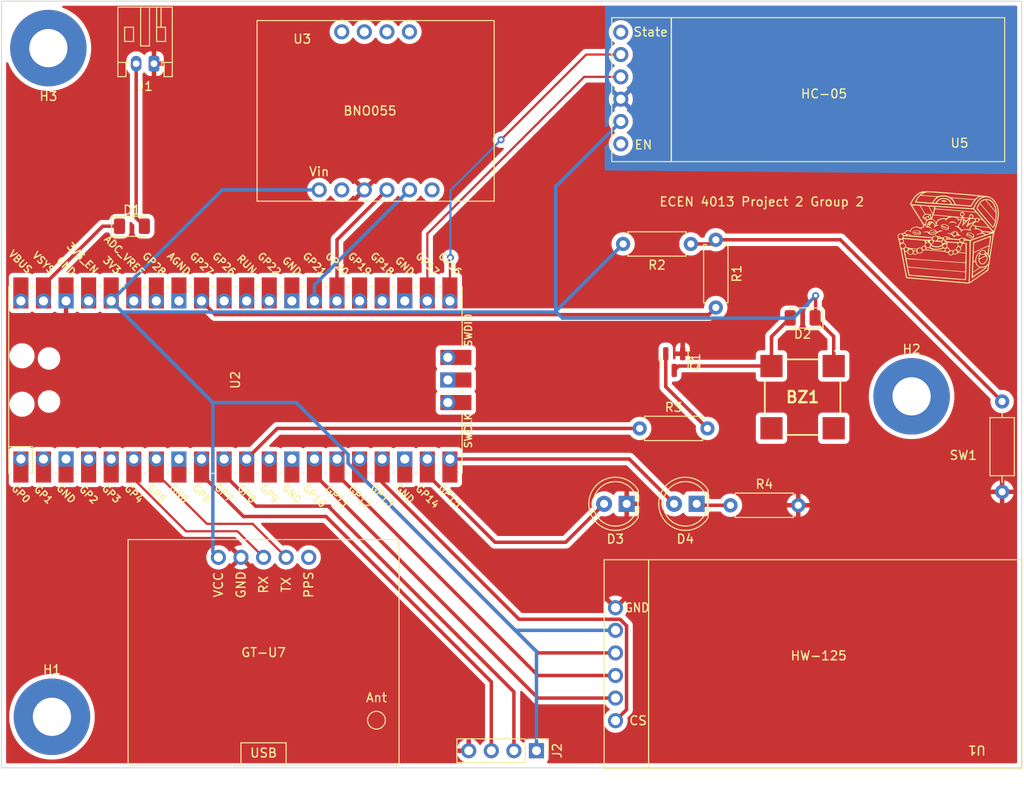
<source format=kicad_pcb>
(kicad_pcb (version 20211014) (generator pcbnew)
  (layers (0 "F.Cu" signal) (31 "B.Cu" signal) (34 "B.Paste" user) (35 "F.Paste" user) (36 "B.SilkS" user "B.Silkscreen") (37 "F.SilkS" user "F.Silkscreen") (38 "B.Mask" user) (39 "F.Mask" user) (44 "Edge.Cuts" user))
  (net 0 "")
  (net 1 "+3V3")
  (net 2 "Net-(BZ1-Pad2)")
  (net 3 "Net-(D1-Pad1)")
  (net 4 "GND")
  (net 5 "GPIO7")
  (net 6 "GPIO6")
  (net 7 "Net-(Q1-Pad2)")
  (net 8 "Net-(R1-Pad1)")
  (net 9 "Net-(R1-Pad2)")
  (net 10 "Buzz")
  (net 11 "CS1")
  (net 12 "SCK1")
  (net 13 "MOSI1")
  (net 14 "MISO1")
  (net 20 "TX1")
  (net 21 "RX1")
  (net 26 "TX0")
  (net 27 "RX0")
  (net 31 "SDA0")
  (net 32 "SCL0")
  (net 54 "Net-(D1-Pad2)")
  (net 55 "LED_G")
  (net 56 "Net-(D4-Pad1)")
  (net 57 "LED_R")
  (footprint "MountingHole:MountingHole_4.3mm_M4_Pad_TopBottom" (layer "F.Cu") (at 197.326995 103.971703)
    (fp_text reference "H2" (at 0 -5.3) (layer "F.SilkS"))
    (fp_text value "MountingHole")
    (pad "1" connect circle (at 0 0) (size 8.6 8.6) (layers "F.Cu" "F.Mask"))
    (pad "1" connect circle (at 0 0) (size 8.6 8.6) (layers "B.Cu" "B.Mask"))
    (pad "1" thru_hole circle (at 0 0) (size 4.7 4.7) (drill 4.3) (layers *.Cu *.Mask))
  )
  (footprint "Package_TO_SOT_SMD:SOT-23" (layer "F.Cu") (at 170.626222 100.117771 -90)
    (fp_text reference "Q1" (at 0 -2.4 90) (layer "F.SilkS"))
    (fp_text value "2N3904")
    (pad "1" smd roundrect (at -0.9375 -0.95 270) (size 1.475 0.6) (layers "F.Cu" "F.Paste" "F.Mask") (net 4 "GND"))
    (pad "2" smd roundrect (at -0.9375 0.95 270) (size 1.475 0.6) (layers "F.Cu" "F.Paste" "F.Mask") (net 7 "Net-(Q1-Pad2)"))
    (pad "3" smd roundrect (at 0.9375 0 270) (size 1.475 0.6) (layers "F.Cu" "F.Paste" "F.Mask") (net 2 "Net-(BZ1-Pad2)"))
  )
  (footprint "MountingHole:MountingHole_4.3mm_M4_Pad_TopBottom" (layer "F.Cu") (at 100.22464 64.800451)
    (fp_text reference "H3" (at 0 5.430822) (layer "F.SilkS"))
    (fp_text value "MountingHole")
    (pad "1" thru_hole circle (at 0 0) (size 4.7 4.7) (drill 4.3) (layers *.Cu *.Mask))
    (pad "1" connect circle (at 0 0) (size 8.6 8.6) (layers "F.Cu" "F.Mask"))
    (pad "1" connect circle (at 0 0) (size 8.6 8.6) (layers "B.Cu" "B.Mask"))
  )
  (footprint "Diode_SMD:D_1206_3216Metric" (layer "F.Cu") (at 185.070885 95.150613 180)
    (fp_text reference "D2" (at 0 -1.82) (layer "F.SilkS"))
    (fp_text value "D_Schottky")
    (pad "1" smd roundrect (at -1.4 0 180) (size 1.25 1.75) (layers "F.Cu" "F.Paste" "F.Mask") (roundrect_rratio 0.2) (net 1 "+3V3"))
    (pad "2" smd roundrect (at 1.4 0 180) (size 1.25 1.75) (layers "F.Cu" "F.Paste" "F.Mask") (roundrect_rratio 0.2) (net 2 "Net-(BZ1-Pad2)"))
  )
  (footprint "Diode_SMD:D_1206_3216Metric" (layer "F.Cu") (at 109.623498 84.836703)
    (fp_text reference "D1" (at 0 -1.82) (layer "F.SilkS"))
    (fp_text value "D_Schottky")
    (pad "1" smd roundrect (at -1.4 0) (size 1.25 1.75) (layers "F.Cu" "F.Paste" "F.Mask") (roundrect_rratio 0.2) (net 3 "Net-(D1-Pad1)"))
    (pad "2" smd roundrect (at 1.4 0) (size 1.25 1.75) (layers "F.Cu" "F.Paste" "F.Mask") (roundrect_rratio 0.2) (net 54 "Net-(D1-Pad2)"))
  )
  (footprint "MCU_RaspberryPi_and_Boards:GT-U7" (layer "F.Cu") (at 124.430201 132.78574)
    (fp_text reference "U4" hide)
    (fp_text value "GT-U7")
    (fp_text user "RX" (at 0 -7.62 90 unlocked) (layer "F.SilkS"))
    (fp_text user "Ant" (at 12.7 5.08 unlocked) (layer "F.SilkS"))
    (fp_text user "TX" (at 2.54 -7.62 90 unlocked) (layer "F.SilkS"))
    (fp_text user "GT-U7" (at 0 0 unlocked) (layer "F.SilkS"))
    (fp_text user "USB" (at 0 11.3 unlocked) (layer "F.SilkS"))
    (fp_text user "GND" (at -2.54 -7.62 90 unlocked) (layer "F.SilkS"))
    (fp_text user "VCC" (at -5.08 -7.62 90 unlocked) (layer "F.SilkS"))
    (fp_text user "PPS" (at 5.08 -7.62 90 unlocked) (layer "F.SilkS"))
    (pad "1" thru_hole circle (at 5.08 -10.7) (size 1.7 1.7) (drill 1.02) (layers *.Cu *.Mask))
    (pad "2" thru_hole circle (at 2.54 -10.7) (size 1.7 1.7) (drill 1.02) (layers *.Cu *.Mask) (net 21 "RX1"))
    (pad "3" thru_hole circle (at 0 -10.7) (size 1.7 1.7) (drill 1.02) (layers *.Cu *.Mask) (net 20 "TX1"))
    (pad "4" thru_hole circle (at -2.54 -10.7) (size 1.7 1.7) (drill 1.02) (layers *.Cu *.Mask) (net 4 "GND"))
    (pad "5" thru_hole circle (at -5.08 -10.7) (size 1.7 1.7) (drill 1.02) (layers *.Cu *.Mask) (net 1 "+3V3"))
  )
  (footprint "Connector_JST:JST_PH_S2B-PH-K_1x02_P2.00mm_Horizontal" (layer "F.Cu") (at 112.101226 66.5531 180)
    (fp_text reference "J1" (at 1 -2.55) (layer "F.SilkS"))
    (fp_text value "Battery")
    (pad "1" thru_hole roundrect (at 0 0 180) (size 1.2 1.75) (drill 0.75) (layers *.Cu *.Mask) (roundrect_rratio 0.2083333333) (net 4 "GND"))
    (pad "2" thru_hole oval (at 2 0 180) (size 1.2 1.75) (drill 0.75) (layers *.Cu *.Mask) (net 54 "Net-(D1-Pad2)"))
  )
  (footprint "KiCad:CMT8585397SMTTR" (layer "F.Cu") (at 185.066206 104.061464)
    (fp_text reference "BZ1" (at 0 0) (layer "F.SilkS") (effects (font (size 1.27 1.27) (thickness 0.254))))
    (fp_text value "Buzzer" hide)
    (pad "1" smd rect locked (at 3.5 -3.5 90) (size 2.5 2.5) (layers "F.Cu" "F.Paste" "F.Mask") (net 1 "+3V3"))
    (pad "2" smd rect locked (at -3.5 -3.5 90) (size 2.5 2.5) (layers "F.Cu" "F.Paste" "F.Mask") (net 2 "Net-(BZ1-Pad2)"))
    (pad "3" smd rect locked (at -3.5 3.5 90) (size 2.5 2.5) (layers "F.Cu" "F.Paste" "F.Mask"))
    (pad "4" smd rect locked (at 3.5 3.5 90) (size 2.5 2.5) (layers "F.Cu" "F.Paste" "F.Mask"))
  )
  (footprint "Connector_PinHeader_2.54mm:PinHeader_1x04_P2.54mm_Vertical" (layer "F.Cu") (at 155.13059 143.835244 -90)
    (fp_text reference "J2" (at 0 -2.33 90) (layer "F.SilkS"))
    (fp_text value "Conn_01x04_Male")
    (pad "1" thru_hole rect (at 0 0 270) (size 1.7 1.7) (drill 1) (layers *.Cu *.Mask) (net 1 "+3V3"))
    (pad "2" thru_hole oval (at 0 2.54 270) (size 1.7 1.7) (drill 1) (layers *.Cu *.Mask) (net 5 "GPIO7"))
    (pad "3" thru_hole oval (at 0 5.08 270) (size 1.7 1.7) (drill 1) (layers *.Cu *.Mask) (net 6 "GPIO6"))
    (pad "4" thru_hole oval (at 0 7.62 270) (size 1.7 1.7) (drill 1) (layers *.Cu *.Mask) (net 4 "GND"))
  )
  (footprint "MCU_RaspberryPi_and_Boards:HC-05" (layer "F.Cu") (at 187.477299 70.605704 180)
    (fp_text reference "U5" (at -15.24 -4.88 unlocked) (layer "F.SilkS"))
    (fp_text value "HC-05")
    (fp_text user "EN" (at 20.32 -5.08 unlocked) (layer "F.SilkS"))
    (fp_text user "State" (at 19.5 7.62 unlocked) (layer "F.SilkS"))
    (fp_text user "HC-05" (at 0 0.66 unlocked) (layer "F.SilkS"))
    (pad "1" thru_hole circle (at 22.86 -4.96 180) (size 1.7 1.7) (drill 1.02) (layers *.Cu *.Mask))
    (pad "2" thru_hole circle (at 22.86 -2.45 180) (size 1.7 1.7) (drill 1.02) (layers *.Cu *.Mask) (net 1 "+3V3"))
    (pad "3" thru_hole circle (at 22.86 0.06 180) (size 1.7 1.7) (drill 1.02) (layers *.Cu *.Mask) (net 4 "GND"))
    (pad "4" thru_hole circle (at 22.86 2.57 180) (size 1.7 1.7) (drill 1.02) (layers *.Cu *.Mask) (net 27 "RX0"))
    (pad "5" thru_hole circle (at 22.86 5.08 180) (size 1.7 1.7) (drill 1.02) (layers *.Cu *.Mask) (net 26 "TX0"))
    (pad "6" thru_hole circle (at 22.86 7.59 180) (size 1.7 1.7) (drill 1.02) (layers *.Cu *.Mask))
  )
  (footprint "MountingHole:MountingHole_4.3mm_M4_Pad_TopBottom" (layer "F.Cu") (at 100.627024 140.020407)
    (fp_text reference "H1" (at 0 -5.3) (layer "F.SilkS"))
    (fp_text value "MountingHole")
    (pad "1" thru_hole circle (at 0 0) (size 4.7 4.7) (drill 4.3) (layers *.Cu *.Mask))
    (pad "1" connect circle (at 0 0) (size 8.6 8.6) (layers "B.Cu" "B.Mask"))
    (pad "1" connect circle (at 0 0) (size 8.6 8.6) (layers "F.Cu" "F.Mask"))
  )
  (footprint "Resistor_THT:R_Axial_DIN0207_L6.3mm_D2.5mm_P10.16mm_Horizontal" (layer "F.Cu") (at 207.50989 104.553551 -90)
    (fp_text reference "SW1" (at 6.050111 4.369525 180) (layer "F.SilkS"))
    (fp_text value "SW_Reed")
    (pad "1" thru_hole circle (at 0 0 270) (size 1.6 1.6) (drill 0.8) (layers *.Cu *.Mask) (net 8 "Net-(R1-Pad1)"))
    (pad "2" thru_hole oval (at 10.16 0 270) (size 1.6 1.6) (drill 0.8) (layers *.Cu *.Mask) (net 4 "GND"))
  )
  (footprint "Resistor_THT:R_Axial_DIN0207_L6.3mm_D2.5mm_P7.62mm_Horizontal" (layer "F.Cu") (at 172.496292 86.830487 180)
    (fp_text reference "R2" (at 3.81 -2.37) (layer "F.SilkS"))
    (fp_text value "1k")
    (pad "1" thru_hole circle (at 0 0 180) (size 1.6 1.6) (drill 0.8) (layers *.Cu *.Mask) (net 8 "Net-(R1-Pad1)"))
    (pad "2" thru_hole oval (at 7.62 0 180) (size 1.6 1.6) (drill 0.8) (layers *.Cu *.Mask) (net 1 "+3V3"))
  )
  (footprint "Resistor_THT:R_Axial_DIN0207_L6.3mm_D2.5mm_P7.62mm_Horizontal" (layer "F.Cu") (at 176.956337 116.225421)
    (fp_text reference "R4" (at 3.81 -2.37) (layer "F.SilkS"))
    (fp_text value "60")
    (pad "1" thru_hole circle (at 0 0) (size 1.6 1.6) (drill 0.8) (layers *.Cu *.Mask) (net 56 "Net-(D4-Pad1)"))
    (pad "2" thru_hole oval (at 7.62 0) (size 1.6 1.6) (drill 0.8) (layers *.Cu *.Mask) (net 4 "GND"))
  )
  (footprint "LED_THT:LED_D5.0mm" (layer "F.Cu") (at 173.14699 116.063644 180)
    (fp_text reference "D4" (at 1.27 -3.96) (layer "F.SilkS"))
    (fp_text value "Red")
    (pad "1" thru_hole rect (at 0 0 180) (size 1.8 1.8) (drill 0.9) (layers *.Cu *.Mask) (net 56 "Net-(D4-Pad1)"))
    (pad "2" thru_hole circle (at 2.54 0 180) (size 1.8 1.8) (drill 0.9) (layers *.Cu *.Mask) (net 57 "LED_R"))
  )
  (footprint "MCU_RaspberryPi_and_Boards:RPi_Pico_SMD_TH" (layer "F.Cu") (at 121.262192 102.133506 90)
    (fp_text reference "U2" (at 0 0 90) (layer "F.SilkS"))
    (fp_text value "Pico")
    (fp_text user "VSYS" (at 13.2 -21.59 135) (layer "F.SilkS") (effects (font (size 0.8 0.8))))
    (fp_text user "GND" (at 12.8 -19.05 135) (layer "F.SilkS") (effects (font (size 0.8 0.8))))
    (fp_text user "GP7" (at -12.7 -1.3 135) (layer "F.SilkS") (effects (font (size 0.8 0.8))))
    (fp_text user "RUN" (at 13 1.27 135) (layer "F.SilkS") (effects (font (size 0.8 0.8))))
    (fp_text user "GND" (at -12.8 -6.35 135) (layer "F.SilkS") (effects (font (size 0.8 0.8))))
    (fp_text user "GP28" (at 13.054 -9.144 135) (layer "F.SilkS") (effects (font (size 0.8 0.8))))
    (fp_text user "GP19" (at 13.054 13.97 135) (layer "F.SilkS") (effects (font (size 0.8 0.8))))
    (fp_text user "GP15" (at -13.054 24.13 135) (layer "F.SilkS") (effects (font (size 0.8 0.8))))
    (fp_text user "GP3" (at -12.8 -13.97 135) (layer "F.SilkS") (effects (font (size 0.8 0.8))))
    (fp_text user "GND" (at -12.8 -19.05 135) (layer "F.SilkS") (effects (font (size 0.8 0.8))))
    (fp_text user "3V3" (at 12.9 -13.9 135) (layer "F.SilkS") (effects (font (size 0.8 0.8))))
    (fp_text user "GP16" (at 13.054 24.13 135) (layer "F.SilkS") (effects (font (size 0.8 0.8))))
    (fp_text user "GP20" (at 13.054 11.43 135) (layer "F.SilkS") (effects (font (size 0.8 0.8))))
    (fp_text user "GP11" (at -13.2 11.43 135) (layer "F.SilkS") (effects (font (size 0.8 0.8))))
    (fp_text user "VBUS" (at 13.3 -24.2 135) (layer "F.SilkS") (effects (font (size 0.8 0.8))))
    (fp_text user "SWDIO" (at 5.6 26.2 90) (layer "F.SilkS") (effects (font (size 0.8 0.8))))
    (fp_text user "GP27" (at 13.054 -3.8 135) (layer "F.SilkS") (effects (font (size 0.8 0.8))))
    (fp_text user "SWCLK" (at -5.7 26.2 90) (layer "F.SilkS") (effects (font (size 0.8 0.8))))
    (fp_text user "GP4" (at -12.8 -11.43 135) (layer "F.SilkS") (effects (font (size 0.8 0.8))))
    (fp_text user "GP8" (at -12.8 1.27 135) (layer "F.SilkS") (effects (font (size 0.8 0.8))))
    (fp_text user "GP2" (at -12.9 -16.51 135) (layer "F.SilkS") (effects (font (size 0.8 0.8))))
    (fp_text user "GP5" (at -12.8 -8.89 135) (layer "F.SilkS") (effects (font (size 0.8 0.8))))
    (fp_text user "GP21" (at 13.054 8.9 135) (layer "F.SilkS") (effects (font (size 0.8 0.8))))
    (fp_text user "3V3_EN" (at 13.7 -17.2 135) (layer "F.SilkS") (effects (font (size 0.8 0.8))))
    (fp_text user "GND" (at 12.8 19.05 135) (layer "F.SilkS") (effects (font (size 0.8 0.8))))
    (fp_text user "GP9" (at -12.8 3.81 135) (layer "F.SilkS") (effects (font (size 0.8 0.8))))
    (fp_text user "GP14" (at -13.1 21.59 135) (layer "F.SilkS") (effects (font (size 0.8 0.8))))
    (fp_text user "GP22" (at 13.054 3.81 135) (layer "F.SilkS") (effects (font (size 0.8 0.8))))
    (fp_text user "GND" (at -12.8 6.35 135) (layer "F.SilkS") (effects (font (size 0.8 0.8))))
    (fp_text user "GND" (at -12.8 19.05 135) (layer "F.SilkS") (effects (font (size 0.8 0.8))))
    (fp_text user "GP26" (at 13.054 -1.27 135) (layer "F.SilkS") (effects (font (size 0.8 0.8))))
    (fp_text user "AGND" (at 13.054 -6.35 135) (layer "F.SilkS") (effects (font (size 0.8 0.8))))
    (fp_text user "GP13" (at -13.054 16.51 135) (layer "F.SilkS") (effects (font (size 0.8 0.8))))
    (fp_text user "GP18" (at 13.054 16.51 135) (layer "F.SilkS") (effects (font (size 0.8 0.8))))
    (fp_text user "GP6" (at -12.8 -3.81 135) (layer "F.SilkS") (effects (font (size 0.8 0.8))))
    (fp_text user "GP10" (at -13.054 8.89 135) (layer "F.SilkS") (effects (font (size 0.8 0.8))))
    (fp_text user "GP17" (at 13.054 21.59 135) (layer "F.SilkS") (effects (font (size 0.8 0.8))))
    (fp_text user "GP0" (at -12.8 -24.13 135) (layer "F.SilkS") (effects (font (size 0.8 0.8))))
    (fp_text user "ADC_VREF" (at 14 -12.5 135) (layer "F.SilkS") (effects (font (size 0.8 0.8))))
    (fp_text user "GND" (at 12.8 6.35 135) (layer "F.SilkS") (effects (font (size 0.8 0.8))))
    (fp_text user "GP12" (at -13.2 13.97 135) (layer "F.SilkS") (effects (font (size 0.8 0.8))))
    (fp_text user "GP1" (at -12.9 -21.6 135) (layer "F.SilkS") (effects (font (size 0.8 0.8))))
    (pad "" np_thru_hole oval (at -2.725 -24 90) (size 1.8 1.8) (drill 1.8) (layers *.Cu *.Mask))
    (pad "" np_thru_hole oval (at 2.425 -20.97 90) (size 1.5 1.5) (drill 1.5) (layers *.Cu *.Mask))
    (pad "" np_thru_hole oval (at -2.425 -20.97 90) (size 1.5 1.5) (drill 1.5) (layers *.Cu *.Mask))
    (pad "" np_thru_hole oval (at 2.725 -24 90) (size 1.8 1.8) (drill 1.8) (layers *.Cu *.Mask))
    (pad "1" smd rect (at -8.89 -24.13 90) (size 3.5 1.7) (drill (offset -0.9 0)) (layers "F.Cu" "F.Mask"))
    (pad "1" thru_hole oval (at -8.89 -24.13 90) (size 1.7 1.7) (drill 1.02) (layers *.Cu *.Mask))
    (pad "2" thru_hole oval (at -8.89 -21.59 90) (size 1.7 1.7) (drill 1.02) (layers *.Cu *.Mask))
    (pad "2" smd rect (at -8.89 -21.59 90) (size 3.5 1.7) (drill (offset -0.9 0)) (layers "F.Cu" "F.Mask"))
    (pad "3" thru_hole rect (at -8.89 -19.05 90) (size 1.7 1.7) (drill 1.02) (layers *.Cu *.Mask))
    (pad "3" smd rect (at -8.89 -19.05 90) (size 3.5 1.7) (drill (offset -0.9 0)) (layers "F.Cu" "F.Mask"))
    (pad "4" smd rect (at -8.89 -16.51 90) (size 3.5 1.7) (drill (offset -0.9 0)) (layers "F.Cu" "F.Mask"))
    (pad "4" thru_hole oval (at -8.89 -16.51 90) (size 1.7 1.7) (drill 1.02) (layers *.Cu *.Mask))
    (pad "5" thru_hole oval (at -8.89 -13.97 90) (size 1.7 1.7) (drill 1.02) (layers *.Cu *.Mask))
    (pad "5" smd rect (at -8.89 -13.97 90) (size 3.5 1.7) (drill (offset -0.9 0)) (layers "F.Cu" "F.Mask"))
    (pad "6" thru_hole oval (at -8.89 -11.43 90) (size 1.7 1.7) (drill 1.02) (layers *.Cu *.Mask) (net 20 "TX1"))
    (pad "6" smd rect (at -8.89 -11.43 90) (size 3.5 1.7) (drill (offset -0.9 0)) (layers "F.Cu" "F.Mask") (net 20 "TX1"))
    (pad "7" thru_hole oval (at -8.89 -8.89 90) (size 1.7 1.7) (drill 1.02) (layers *.Cu *.Mask) (net 21 "RX1"))
    (pad "7" smd rect (at -8.89 -8.89 90) (size 3.5 1.7) (drill (offset -0.9 0)) (layers "F.Cu" "F.Mask") (net 21 "RX1"))
    (pad "8" smd rect (at -8.89 -6.35 90) (size 3.5 1.7) (drill (offset -0.9 0)) (layers "F.Cu" "F.Mask"))
    (pad "8" thru_hole rect (at -8.89 -6.35 90) (size 1.7 1.7) (drill 1.02) (layers *.Cu *.Mask))
    (pad "9" smd rect (at -8.89 -3.81 90) (size 3.5 1.7) (drill (offset -0.9 0)) (layers "F.Cu" "F.Mask") (net 6 "GPIO6"))
    (pad "9" thru_hole oval (at -8.89 -3.81 90) (size 1.7 1.7) (drill 1.02) (layers *.Cu *.Mask) (net 6 "GPIO6"))
    (pad "10" thru_hole oval (at -8.89 -1.27 90) (size 1.7 1.7) (drill 1.02) (layers *.Cu *.Mask) (net 5 "GPIO7"))
    (pad "10" smd rect (at -8.89 -1.27 90) (size 3.5 1.7) (drill (offset -0.9 0)) (layers "F.Cu" "F.Mask") (net 5 "GPIO7"))
    (pad "11" smd rect (at -8.89 1.27 90) (size 3.5 1.7) (drill (offset -0.9 0)) (layers "F.Cu" "F.Mask") (net 10 "Buzz"))
    (pad "11" thru_hole oval (at -8.89 1.27 90) (size 1.7 1.7) (drill 1.02) (layers *.Cu *.Mask) (net 10 "Buzz"))
    (pad "12" smd rect (at -8.89 3.81 90) (size 3.5 1.7) (drill (offset -0.9 0)) (layers "F.Cu" "F.Mask"))
    (pad "12" thru_hole oval (at -8.89 3.81 90) (size 1.7 1.7) (drill 1.02) (layers *.Cu *.Mask))
    (pad "13" smd rect (at -8.89 6.35 90) (size 3.5 1.7) (drill (offset -0.9 0)) (layers "F.Cu" "F.Mask"))
    (pad "13" thru_hole rect (at -8.89 6.35 90) (size 1.7 1.7) (drill 1.02) (layers *.Cu *.Mask))
    (pad "14" smd rect (at -8.89 8.89 90) (size 3.5 1.7) (drill (offset -0.9 0)) (layers "F.Cu" "F.Mask") (net 12 "SCK1"))
    (pad "14" thru_hole oval (at -8.89 8.89 90) (size 1.7 1.7) (drill 1.02) (layers *.Cu *.Mask) (net 12 "SCK1"))
    (pad "15" thru_hole oval (at -8.89 11.43 90) (size 1.7 1.7) (drill 1.02) (layers *.Cu *.Mask) (net 13 "MOSI1"))
    (pad "15" smd rect (at -8.89 11.43 90) (size 3.5 1.7) (drill (offset -0.9 0)) (layers "F.Cu" "F.Mask") (net 13 "MOSI1"))
    (pad "16" thru_hole oval (at -8.89 13.97 90) (size 1.7 1.7) (drill 1.02) (layers *.Cu *.Mask) (net 14 "MISO1"))
    (pad "16" smd rect (at -8.89 13.97 90) (size 3.5 1.7) (drill (offset -0.9 0)) (layers "F.Cu" "F.Mask") (net 14 "MISO1"))
    (pad "17" thru_hole oval (at -8.89 16.51 90) (size 1.7 1.7) (drill 1.02) (layers *.Cu *.Mask) (net 11 "CS1"))
    (pad "17" smd rect (at -8.89 16.51 90) (size 3.5 1.7) (drill (offset -0.9 0)) (layers "F.Cu" "F.Mask") (net 11 "CS1"))
    (pad "18" thru_hole rect (at -8.89 19.05 90) (size 1.7 1.7) (drill 1.02) (layers *.Cu *.Mask))
    (pad "18" smd rect (at -8.89 19.05 90) (size 3.5 1.7) (drill (offset -0.9 0)) (layers "F.Cu" "F.Mask"))
    (pad "19" thru_hole oval (at -8.89 21.59 90) (size 1.7 1.7) (drill 1.02) (layers *.Cu *.Mask) (net 55 "LED_G"))
    (pad "19" smd rect (at -8.89 21.59 90) (size 3.5 1.7) (drill (offset -0.9 0)) (layers "F.Cu" "F.Mask") (net 55 "LED_G"))
    (pad "20" thru_hole oval (at -8.89 24.13 90) (size 1.7 1.7) (drill 1.02) (layers *.Cu *.Mask) (net 57 "LED_R"))
    (pad "20" smd rect (at -8.89 24.13 90) (size 3.5 1.7) (drill (offset -0.9 0)) (layers "F.Cu" "F.Mask") (net 57 "LED_R"))
    (pad "21" thru_hole oval (at 8.89 24.13 90) (size 1.7 1.7) (drill 1.02) (layers *.Cu *.Mask) (net 26 "TX0"))
    (pad "21" smd rect (at 8.89 24.13 90) (size 3.5 1.7) (drill (offset 0.9 0)) (layers "F.Cu" "F.Mask") (net 26 "TX0"))
    (pad "22" smd rect (at 8.89 21.59 90) (size 3.5 1.7) (drill (offset 0.9 0)) (layers "F.Cu" "F.Mask") (net 27 "RX0"))
    (pad "22" thru_hole oval (at 8.89 21.59 90) (size 1.7 1.7) (drill 1.02) (layers *.Cu *.Mask) (net 27 "RX0"))
    (pad "23" thru_hole rect (at 8.89 19.05 90) (size 1.7 1.7) (drill 1.02) (layers *.Cu *.Mask))
    (pad "23" smd rect (at 8.89 19.05 90) (size 3.5 1.7) (drill (offset 0.9 0)) (layers "F.Cu" "F.Mask"))
    (pad "24" smd rect (at 8.89 16.51 90) (size 3.5 1.7) (drill (offset 0.9 0)) (layers "F.Cu" "F.Mask"))
    (pad "24" thru_hole oval (at 8.89 16.51 90) (size 1.7 1.7) (drill 1.02) (layers *.Cu *.Mask))
    (pad "25" thru_hole oval (at 8.89 13.97 90) (size 1.7 1.7) (drill 1.02) (layers *.Cu *.Mask))
    (pad "25" smd rect (at 8.89 13.97 90) (size 3.5 1.7) (drill (offset 0.9 0)) (layers "F.Cu" "F.Mask"))
    (pad "26" thru_hole oval (at 8.89 11.43 90) (size 1.7 1.7) (drill 1.02) (layers *.Cu *.Mask) (net 31 "SDA0"))
    (pad "26" smd rect (at 8.89 11.43 90) (size 3.5 1.7) (drill (offset 0.9 0)) (layers "F.Cu" "F.Mask") (net 31 "SDA0"))
    (pad "27" smd rect (at 8.89 8.89 90) (size 3.5 1.7) (drill (offset 0.9 0)) (layers "F.Cu" "F.Mask") (net 32 "SCL0"))
    (pad "27" thru_hole oval (at 8.89 8.89 90) (size 1.7 1.7) (drill 1.02) (layers *.Cu *.Mask) (net 32 "SCL0"))
    (pad "28" smd rect (at 8.89 6.35 90) (size 3.5 1.7) (drill (offset 0.9 0)) (layers "F.Cu" "F.Mask"))
    (pad "28" thru_hole rect (at 8.89 6.35 90) (size 1.7 1.7) (drill 1.02) (layers *.Cu *.Mask))
    (pad "29" thru_hole oval (at 8.89 3.81 90) (size 1.7 1.7) (drill 1.02) (layers *.Cu *.Mask))
    (pad "29" smd rect (at 8.89 3.81 90) (size 3.5 1.7) (drill (offset 0.9 0)) (layers "F.Cu" "F.Mask"))
    (pad "30" smd rect (at 8.89 1.27 90) (size 3.5 1.7) (drill (offset 0.9 0)) (layers "F.Cu" "F.Mask"))
    (pad "30" thru_hole oval (at 8.89 1.27 90) (size 1.7 1.7) (drill 1.02) (layers *.Cu *.Mask))
    (pad "31" smd rect (at 8.89 -1.27 90) (size 3.5 1.7) (drill (offset 0.9 0)) (layers "F.Cu" "F.Mask"))
    (pad "31" thru_hole oval (at 8.89 -1.27 90) (size 1.7 1.7) (drill 1.02) (layers *.Cu *.Mask))
    (pad "32" smd rect (at 8.89 -3.81 90) (size 3.5 1.7) (drill (offset 0.9 0)) (layers "F.Cu" "F.Mask") (net 9 "Net-(R1-Pad2)"))
    (pad "32" thru_hole oval (at 8.89 -3.81 90) (size 1.7 1.7) (drill 1.02) (layers *.Cu *.Mask) (net 9 "Net-(R1-Pad2)"))
    (pad "33" thru_hole rect (at 8.89 -6.35 90) (size 1.7 1.7) (drill 1.02) (layers *.Cu *.Mask))
    (pad "33" smd rect (at 8.89 -6.35 90) (size 3.5 1.7) (drill (offset 0.9 0)) (layers "F.Cu" "F.Mask"))
    (pad "34" smd rect (at 8.89 -8.89 90) (size 3.5 1.7) (drill (offset 0.9 0)) (layers "F.Cu" "F.Mask"))
    (pad "34" thru_hole oval (at 8.89 -8.89 90) (size 1.7 1.7) (drill 1.02) (layers *.Cu *.Mask))
    (pad "35" smd rect (at 8.89 -11.43 90) (size 3.5 1.7) (drill (offset 0.9 0)) (layers "F.Cu" "F.Mask"))
    (pad "35" thru_hole oval (at 8.89 -11.43 90) (size 1.7 1.7) (drill 1.02) (layers *.Cu *.Mask))
    (pad "36" smd rect (at 8.89 -13.97 90) (size 3.5 1.7) (drill (offset 0.9 0)) (layers "F.Cu" "F.Mask") (net 1 "+3V3"))
    (pad "36" thru_hole oval (at 8.89 -13.97 90) (size 1.7 1.7) (drill 1.02) (layers *.Cu *.Mask) (net 1 "+3V3"))
    (pad "37" thru_hole oval (at 8.89 -16.51 90) (size 1.7 1.7) (drill 1.02) (layers *.Cu *.Mask))
    (pad "37" smd rect (at 8.89 -16.51 90) (size 3.5 1.7) (drill (offset 0.9 0)) (layers "F.Cu" "F.Mask"))
    (pad "38" thru_hole rect (at 8.89 -19.05 90) (size 1.7 1.7) (drill 1.02) (layers *.Cu *.Mask) (net 4 "GND"))
    (pad "38" smd rect (at 8.89 -19.05 90) (size 3.5 1.7) (drill (offset 0.9 0)) (layers "F.Cu" "F.Mask") (net 4 "GND"))
    (pad "39" smd rect (at 8.89 -21.59 90) (size 3.5 1.7) (drill (offset 0.9 0)) (layers "F.Cu" "F.Mask") (net 3 "Net-(D1-Pad1)"))
    (pad "39" thru_hole oval (at 8.89 -21.59 90) (size 1.7 1.7) (drill 1.02) (layers *.Cu *.Mask) (net 3 "Net-(D1-Pad1)"))
    (pad "40" smd rect (at 8.89 -24.13 90) (size 3.5 1.7) (drill (offset 0.9 0)) (layers "F.Cu" "F.Mask"))
    (pad "40" thru_hole oval (at 8.89 -24.13 90) (size 1.7 1.7) (drill 1.02) (layers *.Cu *.Mask))
    (pad "41" thru_hole oval (at -2.54 23.9 90) (size 1.7 1.7) (drill 1.02) (layers *.Cu *.Mask))
    (pad "41" smd rect (at -2.54 23.9 180) (size 3.5 1.7) (drill (offset -0.9 0)) (layers "F.Cu" "F.Mask"))
    (pad "42" thru_hole rect (at 0 23.9 90) (size 1.7 1.7) (drill 1.02) (layers *.Cu *.Mask))
    (pad "42" smd rect (at 0 23.9 180) (size 3.5 1.7) (drill (offset -0.9 0)) (layers "F.Cu" "F.Mask"))
    (pad "43" smd rect (at 2.54 23.9 180) (size 3.5 1.7) (drill (offset -0.9 0)) (layers "F.Cu" "F.Mask"))
    (pad "43" thru_hole oval (at 2.54 23.9 90) (size 1.7 1.7) (drill 1.02) (layers *.Cu *.Mask))
  )
  (footprint "MCU_RaspberryPi_and_Boards:HW-125" (layer "F.Cu") (at 209.7395 145.854096 180)
    (fp_text reference "U1" (at 5.08 2.08 180 unlocked) (layer "F.SilkS"))
    (fp_text value "HW-125")
    (fp_text user "CS" (at 43.18 5.4 unlocked) (layer "F.SilkS"))
    (fp_text user "HW-125" (at 22.86 12.7 unlocked) (layer "F.SilkS"))
    (fp_text user "GND" (at 43.3 18.1 unlocked) (layer "F.SilkS") (effects (font (size 1 0.9))))
    (pad "1" thru_hole circle (at 45.72 5.4 180) (size 1.7 1.7) (drill 1.02) (layers *.Cu *.Mask) (net 11 "CS1"))
    (pad "2" thru_hole circle (at 45.72 7.94 180) (size 1.7 1.7) (drill 1.02) (layers *.Cu *.Mask) (net 12 "SCK1"))
    (pad "3" thru_hole circle (at 45.72 10.48 180) (size 1.7 1.7) (drill 1.02) (layers *.Cu *.Mask) (net 13 "MOSI1"))
    (pad "4" thru_hole circle (at 45.72 13.02 180) (size 1.7 1.7) (drill 1.02) (layers *.Cu *.Mask) (net 14 "MISO1"))
    (pad "5" thru_hole circle (at 45.72 15.56 180) (size 1.7 1.7) (drill 1.02) (layers *.Cu *.Mask) (net 1 "+3V3"))
    (pad "6" thru_hole circle (at 45.72 18.1 180) (size 1.7 1.7) (drill 1.02) (layers *.Cu *.Mask) (net 4 "GND"))
  )
  (footprint "LOGO" (layer "F.Cu") (at 201.44457 86.097779)
    (fp_text reference "G***" hide)
    (fp_text value "LOGO" hide)
  )
  (footprint "LED_THT:LED_D5.0mm" (layer "F.Cu") (at 165.277463 116.066091 180)
    (fp_text reference "D3" (at 1.27 -3.96) (layer "F.SilkS"))
    (fp_text value "Green")
    (pad "1" thru_hole rect (at 0 0 180) (size 1.8 1.8) (drill 0.9) (layers *.Cu *.Mask) (net 4 "GND"))
    (pad "2" thru_hole circle (at 2.54 0 180) (size 1.8 1.8) (drill 0.9) (layers *.Cu *.Mask) (net 55 "LED_G"))
  )
  (footprint "MCU_RaspberryPi_and_Boards:BNO055" (layer "F.Cu") (at 123.701268 61.701709)
    (fp_text reference "U3" (at 5.08 2.08 unlocked) (layer "F.SilkS"))
    (fp_text value "BNO055")
    (fp_text user "Vin" (at 6.985 17 unlocked) (layer "F.SilkS"))
    (fp_text user "BNO055" (at 12.7 10.16 unlocked) (layer "F.SilkS"))
    (pad "1" thru_hole circle (at 6.985 19.05) (size 1.7 1.7) (drill 1.02) (layers *.Cu *.Mask) (net 1 "+3V3"))
    (pad "2" thru_hole circle (at 9.525 19.05) (size 1.7 1.7) (drill 1.02) (layers *.Cu *.Mask))
    (pad "3" thru_hole circle (at 12.065 19.05) (size 1.7 1.7) (drill 1.02) (layers *.Cu *.Mask) (net 4 "GND"))
    (pad "4" thru_hole circle (at 14.605 19.05) (size 1.7 1.7) (drill 1.02) (layers *.Cu *.Mask) (net 31 "SDA0"))
    (pad "5" thru_hole circle (at 17.145 19.05) (size 1.7 1.7) (drill 1.02) (layers *.Cu *.Mask) (net 32 "SCL0"))
    (pad "6" thru_hole circle (at 19.685 19.05) (size 1.7 1.7) (drill 1.02) (layers *.Cu *.Mask))
    (pad "7" thru_hole circle (at 17.145 1.27) (size 1.7 1.7) (drill 1.02) (layers *.Cu *.Mask))
    (pad "8" thru_hole circle (at 14.605 1.27) (size 1.7 1.7) (drill 1.02) (layers *.Cu *.Mask))
    (pad "9" thru_hole circle (at 12.065 1.27) (size 1.7 1.7) (drill 1.02) (layers *.Cu *.Mask))
    (pad "10" thru_hole circle (at 9.525 1.27) (size 1.7 1.7) (drill 1.02) (layers *.Cu *.Mask))
  )
  (footprint "Resistor_THT:R_Axial_DIN0207_L6.3mm_D2.5mm_P7.62mm_Horizontal" (layer "F.Cu") (at 166.742412 107.582705)
    (fp_text reference "R3" (at 3.81 -2.37) (layer "F.SilkS"))
    (fp_text value "180")
    (pad "1" thru_hole circle (at 0 0) (size 1.6 1.6) (drill 0.8) (layers *.Cu *.Mask) (net 10 "Buzz"))
    (pad "2" thru_hole oval (at 7.62 0) (size 1.6 1.6) (drill 0.8) (layers *.Cu *.Mask) (net 7 "Net-(Q1-Pad2)"))
  )
  (footprint "Resistor_THT:R_Axial_DIN0207_L6.3mm_D2.5mm_P7.62mm_Horizontal" (layer "F.Cu") (at 175.303604 86.362006 -90)
    (fp_text reference "R1" (at 3.81 -2.37 90) (layer "F.SilkS"))
    (fp_text value "800")
    (pad "1" thru_hole circle (at 0 0 270) (size 1.6 1.6) (drill 0.8) (layers *.Cu *.Mask) (net 8 "Net-(R1-Pad1)"))
    (pad "2" thru_hole oval (at 7.62 0 270) (size 1.6 1.6) (drill 0.8) (layers *.Cu *.Mask) (net 9 "Net-(R1-Pad2)"))
  )
  (gr_rect (start 94.960496 59.525738) (end 209.705009 145.761532) (layer "Edge.Cuts") (width 0.1) (fill none))
  (gr_text "ECEN 4013 Project 2 Group 2" (at 180.476819 82.086869) (layer "F.SilkS") (effects (font (size 1 1))))
  (segment (start 186.531003 92.651013) (end 186.531003 95.090495) (width 0.391) (layer "F.Cu") (net 1))
  (segment (start 186.531003 95.090495) (end 186.470885 95.150613) (width 0.391) (layer "F.Cu") (net 1))
  (segment (start 188.566206 100.561464) (end 188.566206 97.245934) (width 0.391) (layer "F.Cu") (net 1))
  (segment (start 188.566206 97.245934) (end 186.470885 95.150613) (width 0.391) (layer "F.Cu") (net 1))
  (via (at 186.531003 92.651013) (size 0.8) (drill 0.4) (layers "F.Cu" "B.Cu") (net 1))
  (segment (start 107.292192 93.243506) (end 108.537203 94.488517) (width 0.391) (layer "B.Cu") (net 1))
  (segment (start 157.294435 94.412345) (end 158.059107 95.177017) (width 0.391) (layer "B.Cu") (net 1))
  (segment (start 133.937203 110.507804) (end 133.937203 111.48923) (width 0.391) (layer "B.Cu") (net 1))
  (segment (start 157.294435 94.412345) (end 157.294435 80.378568) (width 0.391) (layer "B.Cu") (net 1))
  (segment (start 184.004999 95.177017) (end 186.531003 92.651013) (width 0.391) (layer "B.Cu") (net 1))
  (segment (start 107.292192 93.243506) (end 119.783989 80.751709) (width 0.391) (layer "B.Cu") (net 1))
  (segment (start 133.937203 111.48923) (end 152.742069 130.294096) (width 0.391) (layer "B.Cu") (net 1))
  (segment (start 157.218262 94.488517) (end 157.294435 94.412345) (width 0.391) (layer "B.Cu") (net 1))
  (segment (start 108.537203 94.488517) (end 118.727544 104.678858) (width 0.391) (layer "B.Cu") (net 1))
  (segment (start 118.727544 121.463083) (end 119.350201 122.08574) (width 0.391) (layer "B.Cu") (net 1))
  (segment (start 119.783989 80.751709) (end 130.686268 80.751709) (width 0.391) (layer "B.Cu") (net 1))
  (segment (start 128.108257 104.678858) (end 133.937203 110.507804) (width 0.391) (layer "B.Cu") (net 1))
  (segment (start 157.294435 94.412345) (end 164.876292 86.830487) (width 0.391) (layer "B.Cu") (net 1))
  (segment (start 118.727544 104.678858) (end 118.727544 121.463083) (width 0.391) (layer "B.Cu") (net 1))
  (segment (start 152.742069 130.294096) (end 164.0195 130.294096) (width 0.391) (layer "B.Cu") (net 1))
  (segment (start 118.727544 104.678858) (end 128.108257 104.678858) (width 0.391) (layer "B.Cu") (net 1))
  (segment (start 155.13059 132.682617) (end 152.742069 130.294096) (width 0.391) (layer "B.Cu") (net 1))
  (segment (start 108.537203 94.488517) (end 157.218262 94.488517) (width 0.391) (layer "B.Cu") (net 1))
  (segment (start 155.13059 143.835244) (end 155.13059 132.682617) (width 0.391) (layer "B.Cu") (net 1))
  (segment (start 157.294435 80.378568) (end 164.617299 73.055704) (width 0.391) (layer "B.Cu") (net 1))
  (segment (start 158.059107 95.177017) (end 184.004999 95.177017) (width 0.391) (layer "B.Cu") (net 1))
  (segment (start 171.120029 100.561464) (end 170.626222 101.055271) (width 0.391) (layer "F.Cu") (net 2))
  (segment (start 181.566206 100.561464) (end 171.120029 100.561464) (width 0.391) (layer "F.Cu") (net 2))
  (segment (start 181.566206 97.255292) (end 183.670885 95.150613) (width 0.391) (layer "F.Cu") (net 2))
  (segment (start 181.566206 100.561464) (end 181.566206 97.255292) (width 0.391) (layer "F.Cu") (net 2))
  (segment (start 106.328973 84.836703) (end 99.672192 91.493484) (width 0.391) (layer "F.Cu") (net 3))
  (segment (start 99.672192 91.493484) (end 99.672192 93.243506) (width 0.391) (layer "F.Cu") (net 3))
  (segment (start 108.223498 84.836703) (end 106.328973 84.836703) (width 0.391) (layer "F.Cu") (net 3))
  (segment (start 131.863472 116.490448) (end 152.59059 137.217566) (width 0.391) (layer "F.Cu") (net 5))
  (segment (start 119.992192 111.023506) (end 119.992192 112.773528) (width 0.391) (layer "F.Cu") (net 5))
  (segment (start 131.863472 116.326006) (end 131.863472 116.490448) (width 0.391) (layer "F.Cu") (net 5))
  (segment (start 119.992192 112.773528) (end 123.54467 116.326006) (width 0.391) (layer "F.Cu") (net 5))
  (segment (start 152.59059 137.217566) (end 152.59059 143.835244) (width 0.391) (layer "F.Cu") (net 5))
  (segment (start 123.54467 116.326006) (end 131.863472 116.326006) (width 0.391) (layer "F.Cu") (net 5))
  (segment (start 117.452192 112.773528) (end 117.452192 111.023506) (width 0.391) (layer "F.Cu") (net 6))
  (segment (start 150.05059 143.835244) (end 150.05059 136.083927) (width 0.391) (layer "F.Cu") (net 6))
  (segment (start 122.16923 117.490566) (end 117.452192 112.773528) (width 0.391) (layer "F.Cu") (net 6))
  (segment (start 150.05059 136.083927) (end 131.457229 117.490566) (width 0.391) (layer "F.Cu") (net 6))
  (segment (start 131.457229 117.490566) (end 122.16923 117.490566) (width 0.391) (layer "F.Cu") (net 6))
  (segment (start 169.676222 99.180271) (end 169.676222 102.896515) (width 0.391) (layer "F.Cu") (net 7))
  (segment (start 169.676222 102.896515) (end 174.362412 107.582705) (width 0.391) (layer "F.Cu") (net 7))
  (segment (start 175.303604 86.362006) (end 189.318345 86.362006) (width 0.391) (layer "F.Cu") (net 8))
  (segment (start 172.496292 86.830487) (end 174.835123 86.830487) (width 0.391) (layer "F.Cu") (net 8))
  (segment (start 189.318345 86.362006) (end 207.50989 104.553551) (width 0.391) (layer "F.Cu") (net 8))
  (segment (start 174.835123 86.830487) (end 175.303604 86.362006) (width 0.391) (layer "F.Cu") (net 8))
  (segment (start 175.303604 93.982006) (end 174.503605 94.782005) (width 0.391) (layer "F.Cu") (net 9))
  (segment (start 174.503605 94.782005) (end 118.990691 94.782005) (width 0.391) (layer "F.Cu") (net 9))
  (segment (start 118.990691 94.782005) (end 117.452192 93.243506) (width 0.391) (layer "F.Cu") (net 9))
  (segment (start 125.972993 107.582705) (end 122.532192 111.023506) (width 0.391) (layer "F.Cu") (net 10))
  (segment (start 166.742412 107.582705) (end 125.972993 107.582705) (width 0.391) (layer "F.Cu") (net 10))
  (segment (start 164.535202 129.049085) (end 153.167038 129.049085) (width 0.391) (layer "F.Cu") (net 11))
  (segment (start 165.264511 129.778394) (end 164.535202 129.049085) (width 0.391) (layer "F.Cu") (net 11))
  (segment (start 164.0195 140.454096) (end 165.264511 139.209085) (width 0.391) (layer "F.Cu") (net 11))
  (segment (start 153.167038 129.049085) (end 137.772192 113.654239) (width 0.391) (layer "F.Cu") (net 11))
  (segment (start 165.264511 139.209085) (end 165.264511 129.778394) (width 0.391) (layer "F.Cu") (net 11))
  (segment (start 137.772192 113.654239) (end 137.772192 111.023506) (width 0.391) (layer "F.Cu") (net 11))
  (segment (start 155.29276 137.914096) (end 130.152192 112.773528) (width 0.391) (layer "F.Cu") (net 12))
  (segment (start 130.152192 112.773528) (end 130.152192 111.023506) (width 0.391) (layer "F.Cu") (net 12))
  (segment (start 164.0195 137.914096) (end 155.29276 137.914096) (width 0.391) (layer "F.Cu") (net 12))
  (segment (start 155.29276 135.374096) (end 132.692192 112.773528) (width 0.391) (layer "F.Cu") (net 13))
  (segment (start 164.0195 135.374096) (end 155.29276 135.374096) (width 0.391) (layer "F.Cu") (net 13))
  (segment (start 132.692192 112.773528) (end 132.692192 111.023506) (width 0.391) (layer "F.Cu") (net 13))
  (segment (start 135.232192 112.773528) (end 135.232192 111.023506) (width 0.391) (layer "F.Cu") (net 14))
  (segment (start 164.0195 132.834096) (end 155.29276 132.834096) (width 0.391) (layer "F.Cu") (net 14))
  (segment (start 155.29276 132.834096) (end 135.232192 112.773528) (width 0.391) (layer "F.Cu") (net 14))
  (segment (start 109.832192 113.277121) (end 109.832192 111.023506) (width 0.25) (layer "F.Cu") (net 20))
  (segment (start 124.430201 122.08574) (end 121.493392 119.148931) (width 0.25) (layer "F.Cu") (net 20))
  (segment (start 121.493392 119.148931) (end 115.704002 119.148931) (width 0.25) (layer "F.Cu") (net 20))
  (segment (start 115.704002 119.148931) (end 109.832192 113.277121) (width 0.25) (layer "F.Cu") (net 20))
  (segment (start 112.372192 112.632528) (end 112.372192 111.023506) (width 0.25) (layer "F.Cu") (net 21))
  (segment (start 123.201379 118.316918) (end 118.056582 118.316918) (width 0.25) (layer "F.Cu") (net 21))
  (segment (start 126.970201 122.08574) (end 123.201379 118.316918) (width 0.25) (layer "F.Cu") (net 21))
  (segment (start 118.056582 118.316918) (end 112.372192 112.632528) (width 0.25) (layer "F.Cu") (net 21))
  (segment (start 164.617299 65.525704) (end 160.727473 65.525704) (width 0.25) (layer "F.Cu") (net 26))
  (segment (start 145.451185 88.359197) (end 145.392192 88.41819) (width 0.25) (layer "F.Cu") (net 26))
  (segment (start 145.392192 88.41819) (end 145.392192 93.243506) (width 0.25) (layer "F.Cu") (net 26))
  (segment (start 160.727473 65.525704) (end 151.142128 75.111049) (width 0.25) (layer "F.Cu") (net 26))
  (via (at 151.142128 75.111049) (size 0.8) (drill 0.4) (layers "F.Cu" "B.Cu") (net 26))
  (via (at 145.451185 88.359197) (size 0.8) (drill 0.4) (layers "F.Cu" "B.Cu") (net 26))
  (segment (start 151.142128 75.111049) (end 145.451185 80.801992) (width 0.25) (layer "B.Cu") (net 26))
  (segment (start 145.451185 80.801992) (end 145.451185 88.359197) (width 0.25) (layer "B.Cu") (net 26))
  (segment (start 142.852192 85.681971) (end 142.852192 93.243506) (width 0.25) (layer "F.Cu") (net 27))
  (segment (start 160.498459 68.035704) (end 142.852192 85.681971) (width 0.25) (layer "F.Cu") (net 27))
  (segment (start 164.617299 68.035704) (end 160.498459 68.035704) (width 0.25) (layer "F.Cu") (net 27))
  (segment (start 132.692192 86.365785) (end 132.692192 93.243506) (width 0.391) (layer "F.Cu") (net 31))
  (segment (start 138.306268 80.751709) (end 132.692192 86.365785) (width 0.391) (layer "F.Cu") (net 31))
  (segment (start 130.152192 91.445785) (end 130.152192 93.243506) (width 0.391) (layer "B.Cu") (net 32))
  (segment (start 140.846268 80.751709) (end 130.152192 91.445785) (width 0.391) (layer "B.Cu") (net 32))
  (segment (start 110.101226 66.5531) (end 110.101226 83.914431) (width 0.391) (layer "F.Cu") (net 54))
  (segment (start 110.101226 83.914431) (end 111.023498 84.836703) (width 0.391) (layer "F.Cu") (net 54))
  (segment (start 158.415535 120.388019) (end 150.466683 120.388019) (width 0.391) (layer "F.Cu") (net 55))
  (segment (start 142.852192 112.773528) (end 142.852192 111.023506) (width 0.391) (layer "F.Cu") (net 55))
  (segment (start 150.466683 120.388019) (end 142.852192 112.773528) (width 0.391) (layer "F.Cu") (net 55))
  (segment (start 162.737463 116.066091) (end 158.415535 120.388019) (width 0.391) (layer "F.Cu") (net 55))
  (segment (start 173.308767 116.225421) (end 173.14699 116.063644) (width 0.391) (layer "F.Cu") (net 56))
  (segment (start 176.956337 116.225421) (end 173.308767 116.225421) (width 0.391) (layer "F.Cu") (net 56))
  (segment (start 170.60699 116.063644) (end 165.566852 111.023506) (width 0.391) (layer "F.Cu") (net 57))
  (segment (start 165.566852 111.023506) (end 145.392192 111.023506) (width 0.391) (layer "F.Cu") (net 57))
  (zone (net 4) (net_name "GND") (layer "F.Cu") (connect_pads (clearance 0.508)) (min_thickness 0.254) (fill yes (thermal_gap 0.508) (thermal_bridge_width 0.508))
    (polygon (pts (xy 209.7395 145.854096) (xy 94.782924 145.63664) (xy 95.326827 59.389133) (xy 95.326827 59.466833) (xy 209.7019 59.389133)))
  )
  (zone (net 4) (net_name "GND") (layer "B.Cu") (connect_pads (clearance 0.508)) (min_thickness 0.254) (fill yes (thermal_gap 0.508) (thermal_bridge_width 0.508))
    (polygon (pts (xy 209.596398 78.97966) (xy 162.793244 78.566934) (xy 162.855153 60.778434) (xy 162.772607 59.643436) (xy 209.782125 59.498982)))
  )
)
</source>
